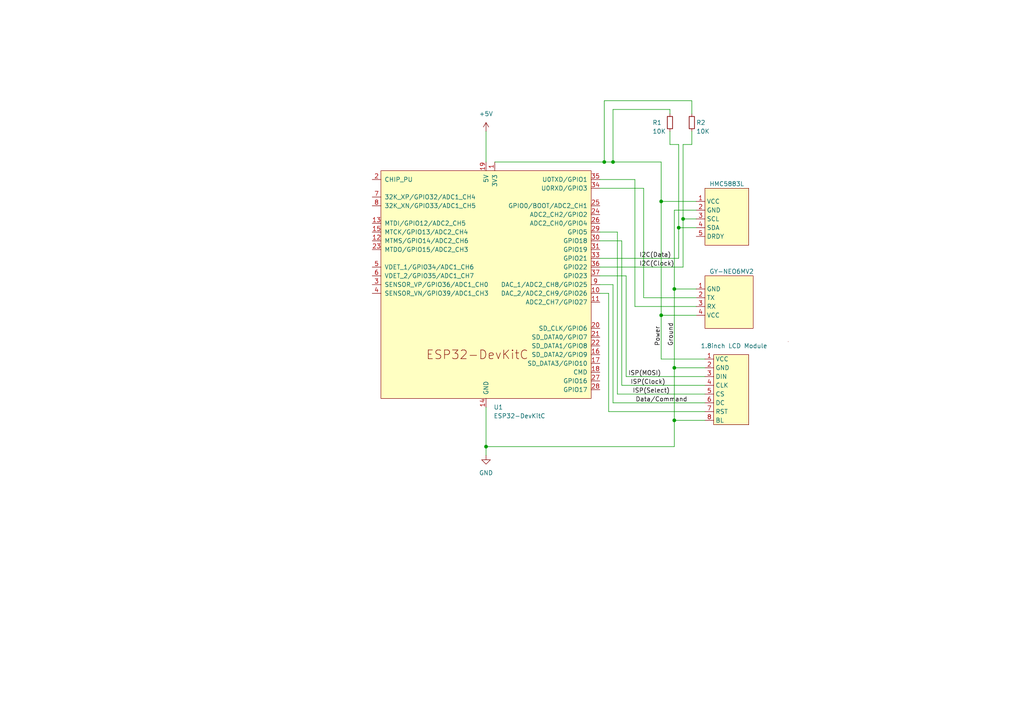
<source format=kicad_sch>
(kicad_sch (version 20230121) (generator eeschema)
  (paper "A4")
  (lib_symbols
    (symbol "Compass:1.8inch_LCD_Module"
      (property "Reference" "LCD" (at 7.62 2.54 0))
      (property "Value" "1.8inch LCD Module" (at 11.43 -8.89 90))
      (symbol "1.8inch_LCD_Module_0_0"
        (pin passive line (at 0 0 0) (length 2.54) (name "VCC") (number "1"))
        (pin passive line (at 0 -2.54 0) (length 2.54) (name "GND") (number "2"))
        (pin passive line (at 0 -5.08 0) (length 2.54) (name "DIN") (number "3"))
        (pin passive line (at 0 -7.62 0) (length 2.54) (name "CLK") (number "4"))
        (pin passive line (at 0 -10.16 0) (length 2.54) (name "CS") (number "5"))
        (pin passive line (at 0 -12.7 0) (length 2.54) (name "DC") (number "6"))
        (pin passive line (at 0 -15.24 0) (length 2.54) (name "RST") (number "7"))
        (pin passive line (at 0 -17.78 0) (length 2.54) (name "BL") (number "8"))
      )
      (symbol "1.8inch_LCD_Module_0_1"
        (rectangle (start 24.13 5.08) (end 24.13 5.08))
      )
      (symbol "1.8inch_LCD_Module_1_1"
        (rectangle (start 2.54 1.27) (end 12.7 -19.05) (fill (type background)))
      )
    )
    (symbol "Compass:GY-273"
      (property "Reference" "GY-273" (at 8.89 5.08 0))
      (property "Value" "HMC5883L" (at 13.97 -5.08 90))
      (symbol "GY-273_0_0"
        (pin passive line (at 0 0 0) (length 2.54) (name "VCC") (number "1"))
        (pin passive line (at 0 -2.54 0) (length 2.54) (name "GND") (number "2"))
        (pin passive line (at 0 -5.08 0) (length 2.54) (name "SCL") (number "3"))
        (pin passive line (at 0 -7.62 0) (length 2.54) (name "SDA") (number "4"))
        (pin passive line (at 0 -10.16 0) (length 2.54) (name "DRDY") (number "5"))
      )
      (symbol "GY-273_1_1"
        (rectangle (start 2.54 3.81) (end 15.24 -12.7) (fill (type background)))
      )
    )
    (symbol "Compass:GY-NEO6MV2"
      (property "Reference" "GY-NEO6MV2" (at 10.16 5.08 0))
      (property "Value" "GY-NEO6MV2" (at 15.24 -3.81 90))
      (symbol "GY-NEO6MV2_0_0"
        (pin passive line (at 0 0 0) (length 2.54) (name "GND") (number "1"))
        (pin passive line (at 0 -2.54 0) (length 2.54) (name "TX") (number "2"))
        (pin passive line (at 0 -5.08 0) (length 2.54) (name "RX") (number "3"))
        (pin passive line (at 0 -7.62 0) (length 2.54) (name "VCC") (number "4"))
      )
      (symbol "GY-NEO6MV2_1_1"
        (rectangle (start 2.54 3.81) (end 16.51 -11.43) (fill (type background)))
      )
    )
    (symbol "Device:R_Small" (pin_numbers hide) (pin_names (offset 0.254) hide)
      (property "Reference" "R" (at 0.762 0.508 0))
      (property "Value" "R_Small" (at 0.762 -1.016 0))
      (symbol "R_Small_0_1"
        (rectangle (start -0.762 1.778) (end 0.762 -1.778) (stroke (width 0.2032)))
      )
      (symbol "R_Small_1_1"
        (pin passive line (at 0 2.54 270) (length 0.762) (name "~") (number "1"))
        (pin passive line (at 0 -2.54 90) (length 0.762) (name "~") (number "2"))
      )
    )
    (symbol "PCM_Espressif:ESP32-DevKitC" (pin_names (offset 1.016))
      (property "Reference" "U" (at -30.48 38.1 0))
      (property "Value" "ESP32-DevKitC" (at -30.48 35.56 0))
      (symbol "ESP32-DevKitC_0_0"
        (text "ESP32-DevKitC" (at -2.54 -20.32 0) (effects (font (size 2.54 2.54))))
        (pin power_in line (at 0 -35.56 90) (length 2.54) (name "GND") (number "14"))
        (pin power_in line (at 0 35.56 270) (length 2.54) (name "5V") (number "19"))
      )
      (symbol "ESP32-DevKitC_0_1"
        (rectangle (start -30.48 33.02) (end 30.48 -33.02) (fill (type background)))
      )
      (symbol "ESP32-DevKitC_1_1"
        (pin power_in line (at 2.54 35.56 270) (length 2.54) (name "3V3") (number "1"))
        (pin bidirectional line (at 33.02 -2.54 180) (length 2.54) (name "DAC_2/ADC2_CH9/GPIO26") (number "10"))
        (pin bidirectional line (at 33.02 -5.08 180) (length 2.54) (name "ADC2_CH7/GPIO27") (number "11"))
        (pin bidirectional line (at -33.02 12.7 0) (length 2.54) (name "MTMS/GPIO14/ADC2_CH6") (number "12"))
        (pin bidirectional line (at -33.02 17.78 0) (length 2.54) (name "MTDI/GPIO12/ADC2_CH5") (number "13"))
        (pin bidirectional line (at -33.02 15.24 0) (length 2.54) (name "MTCK/GPIO13/ADC2_CH4") (number "15"))
        (pin bidirectional line (at 33.02 -20.32 180) (length 2.54) (name "SD_DATA2/GPIO9") (number "16"))
        (pin bidirectional line (at 33.02 -22.86 180) (length 2.54) (name "SD_DATA3/GPIO10") (number "17"))
        (pin bidirectional line (at 33.02 -25.4 180) (length 2.54) (name "CMD") (number "18"))
        (pin input line (at -33.02 30.48 0) (length 2.54) (name "CHIP_PU") (number "2"))
        (pin bidirectional line (at 33.02 -12.7 180) (length 2.54) (name "SD_CLK/GPIO6") (number "20"))
        (pin bidirectional line (at 33.02 -15.24 180) (length 2.54) (name "SD_DATA0/GPIO7") (number "21"))
        (pin bidirectional line (at 33.02 -17.78 180) (length 2.54) (name "SD_DATA1/GPIO8") (number "22"))
        (pin bidirectional line (at -33.02 10.16 0) (length 2.54) (name "MTDO/GPIO15/ADC2_CH3") (number "23"))
        (pin bidirectional line (at 33.02 20.32 180) (length 2.54) (name "ADC2_CH2/GPIO2") (number "24"))
        (pin bidirectional line (at 33.02 22.86 180) (length 2.54) (name "GPIO0/BOOT/ADC2_CH1") (number "25"))
        (pin bidirectional line (at 33.02 17.78 180) (length 2.54) (name "ADC2_CH0/GPIO4") (number "26"))
        (pin bidirectional line (at 33.02 -27.94 180) (length 2.54) (name "GPIO16") (number "27"))
        (pin bidirectional line (at 33.02 -30.48 180) (length 2.54) (name "GPIO17") (number "28"))
        (pin bidirectional line (at 33.02 15.24 180) (length 2.54) (name "GPIO5") (number "29"))
        (pin input line (at -33.02 0 0) (length 2.54) (name "SENSOR_VP/GPIO36/ADC1_CH0") (number "3"))
        (pin bidirectional line (at 33.02 12.7 180) (length 2.54) (name "GPIO18") (number "30"))
        (pin bidirectional line (at 33.02 10.16 180) (length 2.54) (name "GPIO19") (number "31"))
        (pin passive line (at 0 -35.56 90) (length 2.54) hide (name "GND") (number "32"))
        (pin bidirectional line (at 33.02 7.62 180) (length 2.54) (name "GPIO21") (number "33"))
        (pin bidirectional line (at 33.02 27.94 180) (length 2.54) (name "U0RXD/GPIO3") (number "34"))
        (pin bidirectional line (at 33.02 30.48 180) (length 2.54) (name "U0TXD/GPIO1") (number "35"))
        (pin bidirectional line (at 33.02 5.08 180) (length 2.54) (name "GPIO22") (number "36"))
        (pin bidirectional line (at 33.02 2.54 180) (length 2.54) (name "GPIO23") (number "37"))
        (pin passive line (at 0 -35.56 90) (length 2.54) hide (name "GND") (number "38"))
        (pin input line (at -33.02 -2.54 0) (length 2.54) (name "SENSOR_VN/GPIO39/ADC1_CH3") (number "4"))
        (pin input line (at -33.02 5.08 0) (length 2.54) (name "VDET_1/GPIO34/ADC1_CH6") (number "5"))
        (pin input line (at -33.02 2.54 0) (length 2.54) (name "VDET_2/GPIO35/ADC1_CH7") (number "6"))
        (pin bidirectional line (at -33.02 25.4 0) (length 2.54) (name "32K_XP/GPIO32/ADC1_CH4") (number "7"))
        (pin bidirectional line (at -33.02 22.86 0) (length 2.54) (name "32K_XN/GPIO33/ADC1_CH5") (number "8"))
        (pin bidirectional line (at 33.02 0 180) (length 2.54) (name "DAC_1/ADC2_CH8/GPIO25") (number "9"))
      )
    )
    (symbol "power:+5V" (power) (pin_names (offset 0))
      (property "Value" "+5V" (at 0 3.556 0))
      (symbol "+5V_0_1"
        (polyline (pts (xy -0.762 1.27) (xy 0 2.54)))
        (polyline (pts (xy 0 0) (xy 0 2.54)))
        (polyline (pts (xy 0 2.54) (xy 0.762 1.27)))
      )
      (symbol "+5V_1_1"
        (pin power_in line (at 0 0 90) (length 0) hide (name "+5V") (number "1"))
      )
    )
    (symbol "power:GND" (power) (pin_names (offset 0))
      (property "Value" "GND" (at 0 -3.81 0))
      (symbol "GND_0_1"
        (polyline (pts (xy 0 0) (xy 0 -1.27) (xy 1.27 -1.27) (xy 0 -2.54) (xy -1.27 -1.27) (xy 0 -1.27)))
      )
      (symbol "GND_1_1"
        (pin power_in line (at 0 0 270) (length 0) hide (name "GND") (number "1"))
      )
    )
  )
  (junction (at 195.58 83.82))
  (junction (at 175.26 46.99))
  (junction (at 198.12 63.5))
  (junction (at 195.58 121.92))
  (junction (at 196.85 66.04))
  (junction (at 140.97 129.54))
  (junction (at 191.77 91.44))
  (junction (at 191.77 58.42))
  (junction (at 195.58 106.68))
  (junction (at 177.8 46.99))
  (wire (pts (xy 173.99 77.47) (xy 198.12 77.47)))
  (wire (pts (xy 184.15 88.9) (xy 201.93 88.9)))
  (wire (pts (xy 196.85 66.04) (xy 201.93 66.04)))
  (wire (pts (xy 140.97 38.1) (xy 140.97 46.99)))
  (wire (pts (xy 175.26 29.21) (xy 175.26 46.99)))
  (wire (pts (xy 201.93 91.44) (xy 191.77 91.44)))
  (wire (pts (xy 143.51 46.99) (xy 175.26 46.99)))
  (wire (pts (xy 173.99 74.93) (xy 196.85 74.93)))
  (wire (pts (xy 194.31 31.75) (xy 194.31 33.02)))
  (wire (pts (xy 180.34 69.85) (xy 180.34 111.76)))
  (wire (pts (xy 186.69 54.61) (xy 186.69 86.36)))
  (wire (pts (xy 177.8 82.55) (xy 177.8 116.84)))
  (wire (pts (xy 140.97 129.54) (xy 140.97 132.08)))
  (wire (pts (xy 196.85 41.91) (xy 194.31 41.91)))
  (wire (pts (xy 184.15 52.07) (xy 184.15 88.9)))
  (wire (pts (xy 180.34 111.76) (xy 204.47 111.76)))
  (wire (pts (xy 173.99 82.55) (xy 177.8 82.55)))
  (wire (pts (xy 201.93 86.36) (xy 186.69 86.36)))
  (wire (pts (xy 194.31 31.75) (xy 177.8 31.75)))
  (wire (pts (xy 173.99 69.85) (xy 180.34 69.85)))
  (wire (pts (xy 173.99 85.09) (xy 176.53 85.09)))
  (wire (pts (xy 140.97 129.54) (xy 195.58 129.54)))
  (wire (pts (xy 177.8 31.75) (xy 177.8 46.99)))
  (wire (pts (xy 195.58 121.92) (xy 204.47 121.92)))
  (wire (pts (xy 179.07 67.31) (xy 179.07 114.3)))
  (wire (pts (xy 175.26 46.99) (xy 177.8 46.99)))
  (wire (pts (xy 196.85 66.04) (xy 196.85 41.91)))
  (wire (pts (xy 195.58 106.68) (xy 195.58 121.92)))
  (wire (pts (xy 176.53 85.09) (xy 176.53 119.38)))
  (wire (pts (xy 191.77 46.99) (xy 191.77 58.42)))
  (wire (pts (xy 176.53 119.38) (xy 204.47 119.38)))
  (wire (pts (xy 200.66 41.91) (xy 198.12 41.91)))
  (wire (pts (xy 179.07 114.3) (xy 204.47 114.3)))
  (wire (pts (xy 173.99 52.07) (xy 184.15 52.07)))
  (wire (pts (xy 204.47 104.14) (xy 191.77 104.14)))
  (wire (pts (xy 195.58 60.96) (xy 201.93 60.96)))
  (wire (pts (xy 140.97 118.11) (xy 140.97 129.54)))
  (wire (pts (xy 198.12 63.5) (xy 198.12 77.47)))
  (wire (pts (xy 173.99 80.01) (xy 181.61 80.01)))
  (wire (pts (xy 198.12 63.5) (xy 201.93 63.5)))
  (wire (pts (xy 191.77 58.42) (xy 191.77 91.44)))
  (wire (pts (xy 195.58 83.82) (xy 201.93 83.82)))
  (wire (pts (xy 181.61 80.01) (xy 181.61 109.22)))
  (wire (pts (xy 173.99 67.31) (xy 179.07 67.31)))
  (wire (pts (xy 195.58 106.68) (xy 204.47 106.68)))
  (wire (pts (xy 177.8 116.84) (xy 204.47 116.84)))
  (wire (pts (xy 200.66 38.1) (xy 200.66 41.91)))
  (wire (pts (xy 181.61 109.22) (xy 204.47 109.22)))
  (wire (pts (xy 177.8 46.99) (xy 191.77 46.99)))
  (wire (pts (xy 198.12 41.91) (xy 198.12 63.5)))
  (wire (pts (xy 186.69 54.61) (xy 173.99 54.61)))
  (wire (pts (xy 194.31 41.91) (xy 194.31 38.1)))
  (wire (pts (xy 195.58 83.82) (xy 195.58 60.96)))
  (wire (pts (xy 196.85 66.04) (xy 196.85 74.93)))
  (wire (pts (xy 195.58 83.82) (xy 195.58 106.68)))
  (wire (pts (xy 200.66 29.21) (xy 200.66 33.02)))
  (wire (pts (xy 191.77 58.42) (xy 201.93 58.42)))
  (wire (pts (xy 191.77 91.44) (xy 191.77 104.14)))
  (wire (pts (xy 195.58 121.92) (xy 195.58 129.54)))
  (wire (pts (xy 200.66 29.21) (xy 175.26 29.21)))
  (label "ISP(MOSI)" (at 191.77 109.22 180))
  (label "Data{slash}Command" (at 199.39 116.84 180))
  (label "I2C(Data)" (at 185.42 74.93 0))
  (label "Ground" (at 195.58 100.33 90))
  (label "ISP(Clock)" (at 193.04 111.76 180))
  (label "ISP(Select)" (at 194.31 114.3 180))
  (label "Power" (at 191.77 100.33 90))
  (label "I2C(Clock)" (at 185.42 77.47 0))
  (symbol (lib_id "Compass:1.8inch_LCD_Module") (at 204.47 104.14 0) (unit 1)
    (property "Reference" "LCD1" (effects hide))
    (property "Value" "1.8inch LCD Module" (at 203.2 100.33 0) (effects (justify left)))
    (property "Datasheet" "https://files.waveshare.com/upload/e/e2/ST7735S_V1.1_20111121.pdf" (effects hide))
  )
  (symbol (lib_id "PCM_Espressif:ESP32-DevKitC") (at 140.97 82.55 0) (unit 1)
    (property "Reference" "U1" (at 143.1641 118.11 0) (effects (justify left)))
    (property "Value" "ESP32-DevKitC" (at 143.1641 120.65 0) (effects (justify left)))
    (property "Footprint" "PCM_Espressif:ESP32-DevKitC" (effects hide))
    (property "Datasheet" "https://docs.espressif.com/projects/esp-idf/zh_CN/latest/esp32/hw-reference/esp32/get-started-devkitc.html" (effects hide))
  )
  (symbol (lib_id "Device:R_Small") (at 194.31 35.56 0) (unit 1)
    (property "Reference" "R1" (at 189.23 35.56 0) (effects (justify left)))
    (property "Value" "10K" (at 189.23 38.1 0) (effects (justify left)))
  )
  (symbol (lib_id "power:+5V") (at 140.97 38.1 0) (unit 1)
    (property "Reference" "#PWR01" (effects hide))
    (property "Value" "+5V" (at 140.97 33.02 0))
  )
  (symbol (lib_id "Device:R_Small") (at 200.66 35.56 0) (unit 1)
    (property "Reference" "R2" (at 201.93 35.56 0) (effects (justify left)))
    (property "Value" "10K" (at 201.93 38.1 0) (effects (justify left)))
  )
  (symbol (lib_id "Compass:GY-273") (at 201.93 58.42 0) (unit 1)
    (property "Reference" "GY-1" (effects hide))
    (property "Value" "HMC5883L" (at 205.74 53.34 0) (effects (justify left)))
    (property "Datasheet" "https://mm.digikey.com/Volume0/opasdata/d220001/medias/docus/635/HMC5883L.pdf" (effects hide))
  )
  (symbol (lib_id "power:GND") (at 140.97 132.08 0) (unit 1)
    (property "Reference" "#PWR02" (effects hide))
    (property "Value" "GND" (at 140.97 137.16 0))
  )
  (symbol (lib_id "Compass:GY-NEO6MV2") (at 201.93 83.82 0) (unit 1)
    (property "Reference" "GY-NEO6MV1" (effects hide))
    (property "Value" "GY-NEO6MV2" (at 205.74 78.74 0) (effects (justify left)))
    (property "Datasheet" "https://content.u-blox.com/sites/default/files/products/documents/NEO-6_DataSheet_%28GPS.G6-HW-09005%29.pdf" (effects hide))
  )
)
</source>
